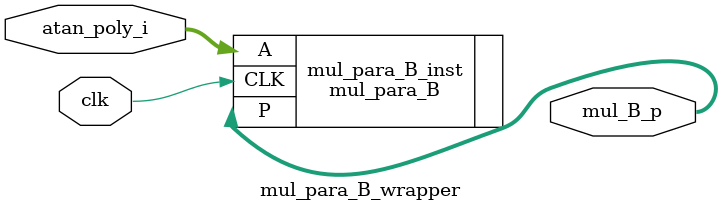
<source format=v>
`timescale 1ns / 1ps


module mul_para_B_wrapper(
    input           clk         ,
    input [7:0]     atan_poly_i ,
    output [15:0]   mul_B_p     
    );
    
   mul_para_B mul_para_B_inst (
      .CLK(clk),  // input wire CLK
      .A(atan_poly_i),      // input wire [7 : 0] A
      .P(mul_B_p)      // output wire [15 : 0] P
    );
endmodule

</source>
